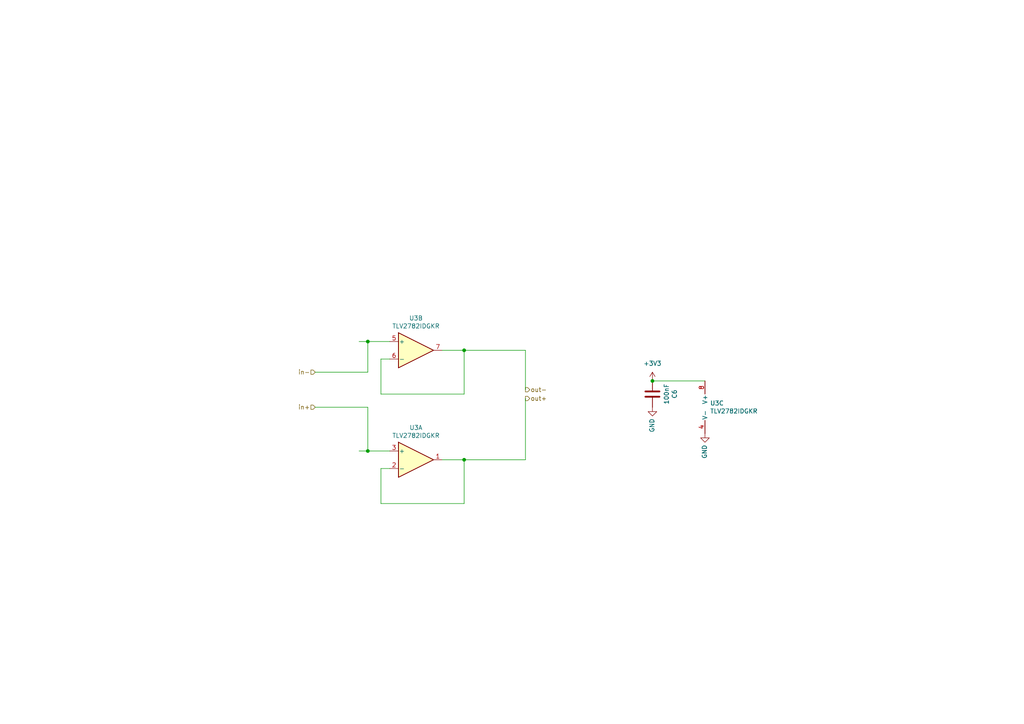
<source format=kicad_sch>
(kicad_sch (version 20211123) (generator eeschema)
  (paper "A4")
  (lib_symbols
    (symbol "0JLC-6:100nF" (pin_numbers hide) (pin_names (offset 0.254))
      (property "Reference" "C" (at 0.635 2.54 0))
      (property "Value" "100nF" (at 0.635 -2.54 0))
      (symbol "100nF_0_1"
        (polyline (pts (xy -2.032 -0.762) (xy 2.032 -0.762)) (stroke (width 0.508)))
        (polyline (pts (xy -2.032 0.762) (xy 2.032 0.762)) (stroke (width 0.508)))
      )
      (symbol "100nF_1_1"
        (pin passive line (at 0 3.81 270) (length 2.794) (name "~") (number "1"))
        (pin passive line (at 0 -3.81 90) (length 2.794) (name "~") (number "2"))
      )
    )
    (symbol "Amplifier_Operational:OPA2376xxDGK" (pin_names (offset 0.127))
      (property "Reference" "U" (at 0 5.08 0))
      (property "Value" "OPA2376xxDGK" (at 0 -5.08 0))
      (symbol "OPA2376xxDGK_1_1"
        (polyline (pts (xy -5.08 5.08) (xy 5.08 0) (xy -5.08 -5.08) (xy -5.08 5.08)) (stroke (width 0.254)) (fill (type background)))
        (pin output line (at 7.62 0 180) (length 2.54) (name "~") (number "1"))
        (pin input line (at -7.62 -2.54 0) (length 2.54) (name "-") (number "2"))
        (pin input line (at -7.62 2.54 0) (length 2.54) (name "+") (number "3"))
      )
      (symbol "OPA2376xxDGK_2_1"
        (polyline (pts (xy -5.08 5.08) (xy 5.08 0) (xy -5.08 -5.08) (xy -5.08 5.08)) (stroke (width 0.254)) (fill (type background)))
        (pin input line (at -7.62 2.54 0) (length 2.54) (name "+") (number "5"))
        (pin input line (at -7.62 -2.54 0) (length 2.54) (name "-") (number "6"))
        (pin output line (at 7.62 0 180) (length 2.54) (name "~") (number "7"))
      )
      (symbol "OPA2376xxDGK_3_1"
        (pin power_in line (at -2.54 -7.62 90) (length 3.81) (name "V-") (number "4"))
        (pin power_in line (at -2.54 7.62 270) (length 3.81) (name "V+") (number "8"))
      )
    )
    (symbol "power:+3.3V" (power) (pin_names (offset 0))
      (property "Value" "+3.3V" (at 0 3.556 0))
      (symbol "+3.3V_0_1"
        (polyline (pts (xy -0.762 1.27) (xy 0 2.54)))
        (polyline (pts (xy 0 0) (xy 0 2.54)))
        (polyline (pts (xy 0 2.54) (xy 0.762 1.27)))
      )
      (symbol "+3.3V_1_1"
        (pin power_in line (at 0 0 90) (length 0) hide (name "+3V3") (number "1"))
      )
    )
    (symbol "power:GND" (power) (pin_names (offset 0))
      (property "Value" "GND" (at 0 -3.81 0))
      (symbol "GND_0_1"
        (polyline (pts (xy 0 0) (xy 0 -1.27) (xy 1.27 -1.27) (xy 0 -2.54) (xy -1.27 -1.27) (xy 0 -1.27)))
      )
      (symbol "GND_1_1"
        (pin power_in line (at 0 0 270) (length 0) hide (name "GND") (number "1"))
      )
    )
  )
  (junction (at 189.23 110.49))
  (junction (at 106.68 130.81))
  (junction (at 134.62 133.35))
  (junction (at 134.62 101.6))
  (junction (at 106.68 99.06))
  (wire (pts (xy 134.62 133.35) (xy 128.27 133.35)))
  (wire (pts (xy 134.62 101.6) (xy 152.4 101.6)))
  (wire (pts (xy 152.4 115.57) (xy 152.4 133.35)))
  (wire (pts (xy 134.62 101.6) (xy 134.62 114.3)))
  (wire (pts (xy 134.62 114.3) (xy 110.49 114.3)))
  (wire (pts (xy 106.68 99.06) (xy 104.14 99.06)))
  (wire (pts (xy 110.49 146.05) (xy 110.49 135.89)))
  (wire (pts (xy 113.03 130.81) (xy 106.68 130.81)))
  (wire (pts (xy 106.68 107.95) (xy 106.68 99.06)))
  (wire (pts (xy 134.62 146.05) (xy 110.49 146.05)))
  (wire (pts (xy 134.62 133.35) (xy 134.62 146.05)))
  (wire (pts (xy 204.47 110.49) (xy 189.23 110.49)))
  (wire (pts (xy 110.49 114.3) (xy 110.49 104.14)))
  (wire (pts (xy 106.68 130.81) (xy 106.68 118.11)))
  (wire (pts (xy 110.49 104.14) (xy 113.03 104.14)))
  (wire (pts (xy 152.4 133.35) (xy 134.62 133.35)))
  (wire (pts (xy 91.44 107.95) (xy 106.68 107.95)))
  (wire (pts (xy 128.27 101.6) (xy 134.62 101.6)))
  (wire (pts (xy 152.4 101.6) (xy 152.4 113.03)))
  (wire (pts (xy 106.68 130.81) (xy 104.14 130.81)))
  (wire (pts (xy 106.68 118.11) (xy 91.44 118.11)))
  (wire (pts (xy 110.49 135.89) (xy 113.03 135.89)))
  (wire (pts (xy 113.03 99.06) (xy 106.68 99.06)))
  (hierarchical_label "out+" (shape output) (at 152.4 115.57 0))
  (hierarchical_label "out-" (shape output) (at 152.4 113.03 0))
  (hierarchical_label "in+" (shape input) (at 91.44 118.11 180))
  (hierarchical_label "in-" (shape input) (at 91.44 107.95 180))
  (symbol (lib_id "0JLC-6:100nF") (at 189.23 114.3 0) (mirror y) (unit 1)
    (property "Reference" "C6" (at 195.6308 114.3 90))
    (property "Value" "100nF" (at 193.3194 114.3 90))
    (property "Footprint" "Capacitor_SMD:C_0603_1608Metric_Pad1.08x0.95mm_HandSolder" (effects hide))
    (property "LCSC" "C14663" (effects hide))
    (property "MPN" "CC0603KRX7R9BB104" (effects hide))
  )
  (symbol (lib_id "power:GND") (at 189.23 118.11 0) (mirror y) (unit 1)
    (property "Reference" "#PWR014" (effects hide))
    (property "Value" "GND" (at 189.103 121.3612 90) (effects (justify right)))
  )
  (symbol (lib_id "Amplifier_Operational:OPA2376xxDGK") (at 120.65 133.35 0) (unit 1)
    (property "Reference" "U3" (at 120.65 124.0282 0))
    (property "Value" "TLV2782IDGKR" (at 120.65 126.3396 0))
    (property "Footprint" "Package_SO:VSSOP-8_3.0x3.0mm_P0.65mm" (effects hide))
    (property "Datasheet" "http://www.ti.com/lit/ds/symlink/opa333.pdf" (effects hide))
    (property "LCSC" "C128425" (effects hide))
    (property "MPN" "TLV2782IDGKR" (effects hide))
  )
  (symbol (lib_id "Amplifier_Operational:OPA2376xxDGK") (at 120.65 101.6 0) (unit 2)
    (property "Reference" "U3" (at 120.65 92.2782 0))
    (property "Value" "TLV2782IDGKR" (at 120.65 94.5896 0))
    (property "Footprint" "Package_SO:VSSOP-8_3.0x3.0mm_P0.65mm" (effects hide))
    (property "Datasheet" "http://www.ti.com/lit/ds/symlink/opa333.pdf" (effects hide))
    (property "LCSC" "C128425" (effects hide))
    (property "MPN" "TLV2782IDGKR" (effects hide))
  )
  (symbol (lib_id "Amplifier_Operational:OPA2376xxDGK") (at 207.01 118.11 0) (unit 3)
    (property "Reference" "U3" (at 205.9432 116.9416 0) (effects (justify left)))
    (property "Value" "TLV2782IDGKR" (at 205.9432 119.253 0) (effects (justify left)))
    (property "Footprint" "Package_SO:VSSOP-8_3.0x3.0mm_P0.65mm" (effects hide))
    (property "Datasheet" "http://www.ti.com/lit/ds/symlink/opa333.pdf" (effects hide))
    (property "LCSC" "C128425" (effects hide))
    (property "MPN" "TLV2782IDGKR" (effects hide))
  )
  (symbol (lib_id "power:GND") (at 204.47 125.73 0) (mirror y) (unit 1)
    (property "Reference" "#PWR015" (effects hide))
    (property "Value" "GND" (at 204.343 128.9812 90) (effects (justify right)))
  )
  (symbol (lib_id "power:+3.3V") (at 189.23 110.49 0) (unit 1)
    (property "Reference" "#PWR013" (effects hide))
    (property "Value" "+3.3V" (at 189.23 105.41 0))
  )
)
</source>
